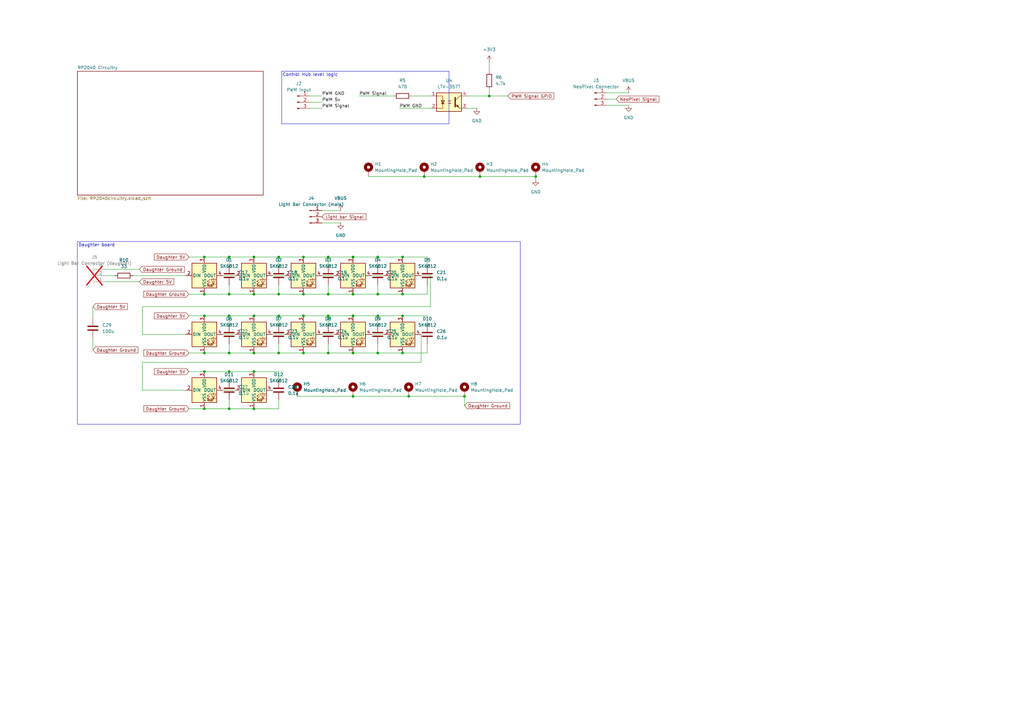
<source format=kicad_sch>
(kicad_sch (version 20250114) (generator "eeschema") (generator_version "9.0")
  (paper "A3")
  (lib_symbols
    (symbol "Connector:Conn_01x03_Pin" (pin_names (offset 1.016) (hide yes))
      (property "Reference" "J" (at 0 5.08 0))
      (property "Value" "Conn_01x03_Pin" (at 0 -5.08 0))
      (symbol "Conn_01x03_Pin_1_1"
        (rectangle (start 0.8636 2.667) (end 0 2.413) (stroke (width 0.1524)) (fill (type outline)))
        (rectangle (start 0.8636 0.127) (end 0 -0.127) (stroke (width 0.1524)) (fill (type outline)))
        (rectangle (start 0.8636 -2.413) (end 0 -2.667) (stroke (width 0.1524)) (fill (type outline)))
        (polyline (pts (xy 1.27 2.54) (xy 0.8636 2.54)) (stroke (width 0.1524)))
        (polyline (pts (xy 1.27 0) (xy 0.8636 0)) (stroke (width 0.1524)))
        (polyline (pts (xy 1.27 -2.54) (xy 0.8636 -2.54)) (stroke (width 0.1524)))
        (pin passive line (at 5.08 2.54 180) (length 3.81) (name "Pin_1") (number "1"))
        (pin passive line (at 5.08 0 180) (length 3.81) (name "Pin_2") (number "2"))
        (pin passive line (at 5.08 -2.54 180) (length 3.81) (name "Pin_3") (number "3"))
      )
    )
    (symbol "Connector:Conn_01x03_Socket" (pin_names (offset 1.016) (hide yes))
      (property "Reference" "J" (at 0 5.08 0))
      (property "Value" "Conn_01x03_Socket" (at 0 -5.08 0))
      (symbol "Conn_01x03_Socket_1_1"
        (polyline (pts (xy -1.27 2.54) (xy -0.508 2.54)) (stroke (width 0.1524)))
        (polyline (pts (xy -1.27 0) (xy -0.508 0)) (stroke (width 0.1524)))
        (polyline (pts (xy -1.27 -2.54) (xy -0.508 -2.54)) (stroke (width 0.1524)))
        (arc (start 0 2.032) (mid -0.5058 2.54) (end 0 3.048) (stroke (width 0.1524)))
        (arc (start 0 -0.508) (mid -0.5058 0) (end 0 0.508) (stroke (width 0.1524)))
        (arc (start 0 -3.048) (mid -0.5058 -2.54) (end 0 -2.032) (stroke (width 0.1524)))
        (pin passive line (at -5.08 2.54 0) (length 3.81) (name "Pin_1") (number "1"))
        (pin passive line (at -5.08 0 0) (length 3.81) (name "Pin_2") (number "2"))
        (pin passive line (at -5.08 -2.54 0) (length 3.81) (name "Pin_3") (number "3"))
      )
    )
    (symbol "Device:C" (pin_numbers (hide yes)) (pin_names (offset 0.254))
      (property "Reference" "C" (at 0.635 2.54 0))
      (property "Value" "C" (at 0.635 -2.54 0))
      (symbol "C_0_1"
        (polyline (pts (xy -2.032 0.762) (xy 2.032 0.762)) (stroke (width 0.508)))
        (polyline (pts (xy -2.032 -0.762) (xy 2.032 -0.762)) (stroke (width 0.508)))
      )
      (symbol "C_1_1"
        (pin passive line (at 0 3.81 270) (length 2.794) (name "~") (number "1"))
        (pin passive line (at 0 -3.81 90) (length 2.794) (name "~") (number "2"))
      )
    )
    (symbol "Device:R" (pin_numbers (hide yes)) (pin_names (offset 0))
      (property "Reference" "R" (at 2.032 0 90))
      (property "Value" "R" (at 0 0 90))
      (symbol "R_0_1"
        (rectangle (start -1.016 -2.54) (end 1.016 2.54) (stroke (width 0.254)))
      )
      (symbol "R_1_1"
        (pin passive line (at 0 3.81 270) (length 1.27) (name "~") (number "1"))
        (pin passive line (at 0 -3.81 90) (length 1.27) (name "~") (number "2"))
      )
    )
    (symbol "Isolator:LTV-357T" (pin_names (offset 1.016))
      (property "Reference" "U" (at -5.334 4.826 0))
      (property "Value" "LTV-357T" (at 0 5.08 0))
      (symbol "LTV-357T_0_1"
        (rectangle (start -5.08 3.81) (end 5.08 -3.81) (stroke (width 0.254)) (fill (type background)))
        (polyline (pts (xy -5.08 2.54) (xy -2.54 2.54) (xy -2.54 -0.762)))
        (polyline (pts (xy -3.175 -0.635) (xy -1.905 -0.635)) (stroke (width 0.254)))
        (polyline (pts (xy -2.54 -0.635) (xy -2.54 -2.54) (xy -5.08 -2.54)))
        (polyline (pts (xy -2.54 -0.635) (xy -3.175 0.635) (xy -1.905 0.635) (xy -2.54 -0.635)) (stroke (width 0.254)))
        (polyline (pts (xy -0.508 0.508) (xy 0.762 0.508) (xy 0.381 0.381) (xy 0.381 0.635) (xy 0.762 0.508)))
        (polyline (pts (xy -0.508 -0.508) (xy 0.762 -0.508) (xy 0.381 -0.635) (xy 0.381 -0.381) (xy 0.762 -0.508)))
        (polyline (pts (xy 2.54 1.905) (xy 2.54 -1.905) (xy 2.54 -1.905)) (stroke (width 0.508)))
        (polyline (pts (xy 2.54 0.635) (xy 4.445 2.54)))
        (polyline (pts (xy 3.048 -1.651) (xy 3.556 -1.143) (xy 4.064 -2.159) (xy 3.048 -1.651) (xy 3.048 -1.651)) (fill (type outline)))
        (polyline (pts (xy 4.445 2.54) (xy 5.08 2.54)))
        (polyline (pts (xy 4.445 -2.54) (xy 2.54 -0.635)) (fill (type outline)))
        (polyline (pts (xy 4.445 -2.54) (xy 5.08 -2.54)))
      )
      (symbol "LTV-357T_1_1"
        (pin passive line (at -7.62 2.54 0) (length 2.54) (name "~") (number "1"))
        (pin passive line (at -7.62 -2.54 0) (length 2.54) (name "~") (number "2"))
        (pin passive line (at 7.62 2.54 180) (length 2.54) (name "~") (number "4"))
        (pin passive line (at 7.62 -2.54 180) (length 2.54) (name "~") (number "3"))
      )
    )
    (symbol "LED:SK6812" (pin_names (offset 0.254))
      (property "Reference" "D" (at 5.08 5.715 0))
      (property "Value" "SK6812" (at 1.27 -5.715 0))
      (symbol "SK6812_0_0"
        (text "RGB" (at 2.286 -4.191 0) (effects (font (size 0.762 0.762))))
      )
      (symbol "SK6812_0_1"
        (polyline (pts (xy 1.27 -2.54) (xy 1.778 -2.54)))
        (polyline (pts (xy 1.27 -3.556) (xy 1.778 -3.556)))
        (polyline (pts (xy 2.286 -1.524) (xy 1.27 -2.54) (xy 1.27 -2.032)))
        (polyline (pts (xy 2.286 -2.54) (xy 1.27 -3.556) (xy 1.27 -3.048)))
        (polyline (pts (xy 3.683 -1.016) (xy 3.683 -3.556) (xy 3.683 -4.064)))
        (polyline (pts (xy 4.699 -1.524) (xy 2.667 -1.524) (xy 3.683 -3.556) (xy 4.699 -1.524)))
        (polyline (pts (xy 4.699 -3.556) (xy 2.667 -3.556)))
        (rectangle (start 5.08 5.08) (end -5.08 -5.08) (stroke (width 0.254)) (fill (type background)))
      )
      (symbol "SK6812_1_1"
        (pin input line (at -7.62 0 0) (length 2.54) (name "DIN") (number "2"))
        (pin power_in line (at 0 7.62 270) (length 2.54) (name "VDD") (number "3"))
        (pin power_in line (at 0 -7.62 90) (length 2.54) (name "VSS") (number "1"))
        (pin output line (at 7.62 0 180) (length 2.54) (name "DOUT") (number "4"))
      )
    )
    (symbol "Mechanical:MountingHole_Pad" (pin_numbers (hide yes)) (pin_names (offset 1.016) (hide yes)) (exclude_from_sim yes) (in_bom no)
      (property "Reference" "H" (at 0 6.35 0))
      (property "Value" "MountingHole_Pad" (at 0 4.445 0))
      (symbol "MountingHole_Pad_0_1"
        (circle (center 0 1.27) (radius 1.27) (stroke (width 1.27)))
      )
      (symbol "MountingHole_Pad_1_1"
        (pin input line (at 0 -2.54 90) (length 2.54) (name "1") (number "1"))
      )
    )
    (symbol "power:+3V3" (power) (pin_numbers (hide yes)) (pin_names (offset 0) (hide yes))
      (property "Value" "+3V3" (at 0 3.556 0))
      (symbol "+3V3_0_1"
        (polyline (pts (xy -0.762 1.27) (xy 0 2.54)))
        (polyline (pts (xy 0 2.54) (xy 0.762 1.27)))
        (polyline (pts (xy 0 0) (xy 0 2.54)))
      )
      (symbol "+3V3_1_1"
        (pin power_in line (at 0 0 90) (length 0) (name "~") (number "1"))
      )
    )
    (symbol "power:GND" (power) (pin_numbers (hide yes)) (pin_names (offset 0) (hide yes))
      (property "Value" "GND" (at 0 -3.81 0))
      (symbol "GND_0_1"
        (polyline (pts (xy 0 0) (xy 0 -1.27) (xy 1.27 -1.27) (xy 0 -2.54) (xy -1.27 -1.27) (xy 0 -1.27)))
      )
      (symbol "GND_1_1"
        (pin power_in line (at 0 0 270) (length 0) (name "~") (number "1"))
      )
    )
    (symbol "power:VBUS" (power) (pin_numbers (hide yes)) (pin_names (offset 0) (hide yes))
      (property "Value" "VBUS" (at 0 3.556 0))
      (symbol "VBUS_0_1"
        (polyline (pts (xy -0.762 1.27) (xy 0 2.54)))
        (polyline (pts (xy 0 2.54) (xy 0.762 1.27)))
        (polyline (pts (xy 0 0) (xy 0 2.54)))
      )
      (symbol "VBUS_1_1"
        (pin power_in line (at 0 0 90) (length 0) (name "~") (number "1"))
      )
    )
  )
  (rectangle (start 115.57 29.21) (end 184.15 50.8))
  (rectangle (start 31.75 99.06) (end 213.36 173.99))
  (text "Daughter board" (at 39.624 100.584 0) (effects (font (size 1.27 1.27))))
  (text "Control Hub level logic" (at 127.254 30.734 0) (effects (font (size 1.27 1.27))))
  (junction (at 104.14 152.4))
  (junction (at 173.99 72.39))
  (junction (at 167.64 162.56))
  (junction (at 114.3 105.41))
  (junction (at 165.1 144.78))
  (junction (at 93.98 152.4))
  (junction (at 154.94 120.65))
  (junction (at 144.78 105.41))
  (junction (at 196.85 72.39))
  (junction (at 83.82 120.65))
  (junction (at 134.62 120.65))
  (junction (at 93.98 144.78))
  (junction (at 114.3 120.65))
  (junction (at 165.1 105.41))
  (junction (at 190.5 162.56))
  (junction (at 219.71 72.39))
  (junction (at 93.98 129.54))
  (junction (at 93.98 167.64))
  (junction (at 144.78 144.78))
  (junction (at 104.14 144.78))
  (junction (at 165.1 120.65))
  (junction (at 83.82 129.54))
  (junction (at 134.62 105.41))
  (junction (at 114.3 144.78))
  (junction (at 124.46 144.78))
  (junction (at 134.62 129.54))
  (junction (at 165.1 129.54))
  (junction (at 114.3 129.54))
  (junction (at 144.78 129.54))
  (junction (at 200.66 39.37))
  (junction (at 93.98 120.65))
  (junction (at 144.78 162.56))
  (junction (at 83.82 105.41))
  (junction (at 104.14 167.64))
  (junction (at 154.94 129.54))
  (junction (at 154.94 144.78))
  (junction (at 104.14 129.54))
  (junction (at 134.62 144.78))
  (junction (at 104.14 105.41))
  (junction (at 154.94 105.41))
  (junction (at 144.78 120.65))
  (junction (at 124.46 129.54))
  (junction (at 83.82 152.4))
  (junction (at 104.14 120.65))
  (junction (at 83.82 144.78))
  (junction (at 124.46 120.65))
  (junction (at 83.82 167.64))
  (junction (at 124.46 105.41))
  (junction (at 93.98 105.41))
  (wire (pts (xy 134.62 140.97) (xy 134.62 144.78)))
  (wire (pts (xy 168.91 39.37) (xy 176.53 39.37)))
  (wire (pts (xy 165.1 120.65) (xy 175.26 120.65)))
  (wire (pts (xy 165.1 129.54) (xy 175.26 129.54)))
  (wire (pts (xy 104.14 144.78) (xy 114.3 144.78)))
  (wire (pts (xy 175.26 129.54) (xy 175.26 133.35)))
  (wire (pts (xy 248.92 40.64) (xy 252.73 40.64)))
  (wire (pts (xy 132.08 91.44) (xy 139.7 91.44)))
  (wire (pts (xy 43.18 115.57) (xy 57.15 115.57)))
  (wire (pts (xy 151.13 72.39) (xy 173.99 72.39)))
  (wire (pts (xy 134.62 105.41) (xy 134.62 109.22)))
  (wire (pts (xy 77.47 129.54) (xy 83.82 129.54)))
  (wire (pts (xy 175.26 140.97) (xy 175.26 144.78)))
  (wire (pts (xy 114.3 167.64) (xy 114.3 163.83)))
  (wire (pts (xy 111.76 113.03) (xy 116.84 113.03)))
  (wire (pts (xy 91.44 137.16) (xy 96.52 137.16)))
  (wire (pts (xy 83.82 105.41) (xy 93.98 105.41)))
  (wire (pts (xy 190.5 162.56) (xy 190.5 166.37)))
  (wire (pts (xy 93.98 129.54) (xy 93.98 133.35)))
  (wire (pts (xy 93.98 152.4) (xy 93.98 156.21)))
  (wire (pts (xy 176.53 113.03) (xy 176.53 125.73)))
  (wire (pts (xy 172.72 148.59) (xy 172.72 137.16)))
  (wire (pts (xy 152.4 113.03) (xy 157.48 113.03)))
  (wire (pts (xy 114.3 116.84) (xy 114.3 120.65)))
  (wire (pts (xy 152.4 137.16) (xy 157.48 137.16)))
  (wire (pts (xy 58.42 125.73) (xy 58.42 137.16)))
  (wire (pts (xy 165.1 144.78) (xy 175.26 144.78)))
  (wire (pts (xy 83.82 129.54) (xy 93.98 129.54)))
  (wire (pts (xy 144.78 105.41) (xy 154.94 105.41)))
  (wire (pts (xy 191.77 44.45) (xy 195.58 44.45)))
  (wire (pts (xy 93.98 105.41) (xy 93.98 109.22)))
  (wire (pts (xy 144.78 144.78) (xy 154.94 144.78)))
  (wire (pts (xy 93.98 140.97) (xy 93.98 144.78)))
  (wire (pts (xy 200.66 39.37) (xy 208.28 39.37)))
  (wire (pts (xy 43.18 113.03) (xy 46.99 113.03)))
  (wire (pts (xy 165.1 105.41) (xy 175.26 105.41)))
  (wire (pts (xy 176.53 125.73) (xy 58.42 125.73)))
  (wire (pts (xy 144.78 162.56) (xy 167.64 162.56)))
  (wire (pts (xy 191.77 39.37) (xy 200.66 39.37)))
  (wire (pts (xy 132.08 137.16) (xy 137.16 137.16)))
  (wire (pts (xy 114.3 129.54) (xy 124.46 129.54)))
  (wire (pts (xy 83.82 120.65) (xy 93.98 120.65)))
  (wire (pts (xy 248.92 43.18) (xy 257.81 43.18)))
  (wire (pts (xy 134.62 116.84) (xy 134.62 120.65)))
  (wire (pts (xy 127 39.37) (xy 132.08 39.37)))
  (wire (pts (xy 134.62 120.65) (xy 144.78 120.65)))
  (wire (pts (xy 173.99 72.39) (xy 196.85 72.39)))
  (wire (pts (xy 77.47 152.4) (xy 83.82 152.4)))
  (wire (pts (xy 104.14 105.41) (xy 114.3 105.41)))
  (wire (pts (xy 134.62 129.54) (xy 144.78 129.54)))
  (wire (pts (xy 154.94 140.97) (xy 154.94 144.78)))
  (wire (pts (xy 83.82 167.64) (xy 93.98 167.64)))
  (wire (pts (xy 154.94 116.84) (xy 154.94 120.65)))
  (wire (pts (xy 127 41.91) (xy 132.08 41.91)))
  (wire (pts (xy 104.14 129.54) (xy 114.3 129.54)))
  (wire (pts (xy 248.92 38.1) (xy 257.81 38.1)))
  (wire (pts (xy 114.3 140.97) (xy 114.3 144.78)))
  (wire (pts (xy 38.1 138.43) (xy 38.1 143.51)))
  (wire (pts (xy 134.62 129.54) (xy 134.62 133.35)))
  (wire (pts (xy 127 44.45) (xy 132.08 44.45)))
  (wire (pts (xy 114.3 152.4) (xy 104.14 152.4)))
  (wire (pts (xy 111.76 137.16) (xy 116.84 137.16)))
  (wire (pts (xy 58.42 160.02) (xy 76.2 160.02)))
  (wire (pts (xy 93.98 116.84) (xy 93.98 120.65)))
  (wire (pts (xy 167.64 162.56) (xy 190.5 162.56)))
  (wire (pts (xy 172.72 113.03) (xy 176.53 113.03)))
  (wire (pts (xy 114.3 156.21) (xy 114.3 152.4)))
  (wire (pts (xy 154.94 120.65) (xy 165.1 120.65)))
  (wire (pts (xy 132.08 113.03) (xy 137.16 113.03)))
  (wire (pts (xy 114.3 129.54) (xy 114.3 133.35)))
  (wire (pts (xy 83.82 152.4) (xy 93.98 152.4)))
  (wire (pts (xy 154.94 129.54) (xy 154.94 133.35)))
  (wire (pts (xy 154.94 144.78) (xy 165.1 144.78)))
  (wire (pts (xy 124.46 144.78) (xy 134.62 144.78)))
  (wire (pts (xy 114.3 144.78) (xy 124.46 144.78)))
  (wire (pts (xy 163.83 44.45) (xy 176.53 44.45)))
  (wire (pts (xy 77.47 167.64) (xy 83.82 167.64)))
  (wire (pts (xy 93.98 167.64) (xy 104.14 167.64)))
  (wire (pts (xy 154.94 105.41) (xy 154.94 109.22)))
  (wire (pts (xy 54.61 113.03) (xy 76.2 113.03)))
  (wire (pts (xy 43.18 110.49) (xy 57.15 110.49)))
  (wire (pts (xy 58.42 148.59) (xy 172.72 148.59)))
  (wire (pts (xy 114.3 105.41) (xy 124.46 105.41)))
  (wire (pts (xy 147.32 39.37) (xy 161.29 39.37)))
  (wire (pts (xy 93.98 163.83) (xy 93.98 167.64)))
  (wire (pts (xy 114.3 120.65) (xy 124.46 120.65)))
  (wire (pts (xy 200.66 25.4) (xy 200.66 29.21)))
  (wire (pts (xy 104.14 120.65) (xy 114.3 120.65)))
  (wire (pts (xy 93.98 120.65) (xy 104.14 120.65)))
  (wire (pts (xy 144.78 129.54) (xy 154.94 129.54)))
  (wire (pts (xy 93.98 152.4) (xy 104.14 152.4)))
  (wire (pts (xy 124.46 129.54) (xy 134.62 129.54)))
  (wire (pts (xy 91.44 113.03) (xy 96.52 113.03)))
  (wire (pts (xy 104.14 167.64) (xy 114.3 167.64)))
  (wire (pts (xy 93.98 129.54) (xy 104.14 129.54)))
  (wire (pts (xy 154.94 129.54) (xy 165.1 129.54)))
  (wire (pts (xy 83.82 144.78) (xy 93.98 144.78)))
  (wire (pts (xy 91.44 160.02) (xy 96.52 160.02)))
  (wire (pts (xy 154.94 105.41) (xy 165.1 105.41)))
  (wire (pts (xy 77.47 120.65) (xy 83.82 120.65)))
  (wire (pts (xy 114.3 105.41) (xy 114.3 109.22)))
  (wire (pts (xy 124.46 105.41) (xy 134.62 105.41)))
  (wire (pts (xy 200.66 36.83) (xy 200.66 39.37)))
  (wire (pts (xy 93.98 144.78) (xy 104.14 144.78)))
  (wire (pts (xy 124.46 120.65) (xy 134.62 120.65)))
  (wire (pts (xy 175.26 116.84) (xy 175.26 120.65)))
  (wire (pts (xy 134.62 144.78) (xy 144.78 144.78)))
  (wire (pts (xy 38.1 125.73) (xy 38.1 130.81)))
  (wire (pts (xy 121.92 162.56) (xy 144.78 162.56)))
  (wire (pts (xy 144.78 120.65) (xy 154.94 120.65)))
  (wire (pts (xy 196.85 72.39) (xy 219.71 72.39)))
  (wire (pts (xy 132.08 86.36) (xy 139.7 86.36)))
  (wire (pts (xy 93.98 105.41) (xy 104.14 105.41)))
  (wire (pts (xy 77.47 144.78) (xy 83.82 144.78)))
  (wire (pts (xy 77.47 105.41) (xy 83.82 105.41)))
  (wire (pts (xy 58.42 160.02) (xy 58.42 148.59)))
  (wire (pts (xy 219.71 72.39) (xy 219.71 73.66)))
  (wire (pts (xy 58.42 137.16) (xy 76.2 137.16)))
  (wire (pts (xy 134.62 105.41) (xy 144.78 105.41)))
  (wire (pts (xy 175.26 105.41) (xy 175.26 109.22)))
  (label "PWM Signal" (at 147.32 39.37 0))
  (label "PWM GND" (at 163.83 44.45 0))
  (label "PWM GND" (at 132.08 39.37 0))
  (label "PWM Signal" (at 132.08 44.45 0))
  (label "PWM 5v" (at 132.08 41.91 0))
  (global_label "Daughter Ground" (shape input) (at 77.47 120.65 180) (property "Intersheetrefs" "${INTERSHEET_REFS}" (effects (hide yes))))
  (global_label "Daughter Ground" (shape input) (at 38.1 143.51 0) (property "Intersheetrefs" "${INTERSHEET_REFS}" (effects (hide yes))))
  (global_label "Daughter Ground" (shape input) (at 57.15 110.49 0) (property "Intersheetrefs" "${INTERSHEET_REFS}" (effects (hide yes))))
  (global_label "Daughter 5V" (shape input) (at 57.15 115.57 0) (property "Intersheetrefs" "${INTERSHEET_REFS}" (effects (hide yes))))
  (global_label "PWM Signal GPIO" (shape input) (at 208.28 39.37 0) (property "Intersheetrefs" "${INTERSHEET_REFS}" (effects (hide yes))))
  (global_label "Light bar Signal" (shape input) (at 132.08 88.9 0) (property "Intersheetrefs" "${INTERSHEET_REFS}" (effects (hide yes))))
  (global_label "Daughter 5V" (shape input) (at 77.47 152.4 180) (property "Intersheetrefs" "${INTERSHEET_REFS}" (effects (hide yes))))
  (global_label "Daughter Ground" (shape input) (at 77.47 167.64 180) (property "Intersheetrefs" "${INTERSHEET_REFS}" (effects (hide yes))))
  (global_label "Daughter 5V" (shape input) (at 77.47 129.54 180) (property "Intersheetrefs" "${INTERSHEET_REFS}" (effects (hide yes))))
  (global_label "Daughter Ground" (shape input) (at 77.47 144.78 180) (property "Intersheetrefs" "${INTERSHEET_REFS}" (effects (hide yes))))
  (global_label "NeoPixel Signal" (shape input) (at 252.73 40.64 0) (property "Intersheetrefs" "${INTERSHEET_REFS}" (effects (hide yes))))
  (global_label "Daughter 5V" (shape input) (at 77.47 105.41 180) (property "Intersheetrefs" "${INTERSHEET_REFS}" (effects (hide yes))))
  (global_label "Daughter 5V" (shape input) (at 38.1 125.73 0) (property "Intersheetrefs" "${INTERSHEET_REFS}" (effects (hide yes))))
  (global_label "Daughter Ground" (shape input) (at 190.5 166.37 0) (property "Intersheetrefs" "${INTERSHEET_REFS}" (effects (hide yes))))
  (symbol (lib_id "Mechanical:MountingHole_Pad") (at 173.99 69.85 0) (unit 1) (exclude_from_sim yes) (in_bom no)
    (property "Reference" "H2" (at 176.53 67.3099 0) (effects (justify left)))
    (property "Value" "MountingHole_Pad" (at 176.53 69.8499 0) (effects (justify left)))
    (property "Footprint" "MountingHole:MountingHole_2.2mm_M2_Pad" (effects (hide yes)))
    (property "Description" "Mounting Hole with connection" (effects (hide yes)))
  )
  (symbol (lib_id "power:GND") (at 257.81 43.18 0) (unit 1)
    (property "Reference" "#PWR024" (effects (hide yes)))
    (property "Value" "GND" (at 257.81 48.26 0))
    (property "Description" "Power symbol creates a global label with name \"GND\" , ground" (effects (hide yes)))
  )
  (symbol (lib_id "Device:C") (at 114.3 113.03 0) (unit 1)
    (property "Reference" "C18" (at 118.11 111.7599 0) (effects (justify left)))
    (property "Value" "0.1u" (at 118.11 114.2999 0) (effects (justify left)))
    (property "Footprint" "Capacitor_SMD:C_0402_1005Metric" (effects (hide yes)))
    (property "Description" "Unpolarized capacitor" (effects (hide yes)))
  )
  (symbol (lib_id "power:VBUS") (at 139.7 86.36 0) (unit 1)
    (property "Reference" "#PWR028" (effects (hide yes)))
    (property "Value" "VBUS" (at 139.7 81.28 0))
    (property "Description" "Power symbol creates a global label with name \"VBUS\"" (effects (hide yes)))
  )
  (symbol (lib_id "Device:C") (at 134.62 113.03 0) (unit 1)
    (property "Reference" "C19" (at 138.43 111.7599 0) (effects (justify left)))
    (property "Value" "0.1u" (at 138.43 114.2999 0) (effects (justify left)))
    (property "Footprint" "Capacitor_SMD:C_0402_1005Metric" (effects (hide yes)))
    (property "Description" "Unpolarized capacitor" (effects (hide yes)))
  )
  (symbol (lib_id "Device:C") (at 93.98 113.03 0) (unit 1)
    (property "Reference" "C17" (at 97.79 111.7599 0) (effects (justify left)))
    (property "Value" "0.1u" (at 97.79 114.2999 0) (effects (justify left)))
    (property "Footprint" "Capacitor_SMD:C_0402_1005Metric" (effects (hide yes)))
    (property "Description" "Unpolarized capacitor" (effects (hide yes)))
  )
  (symbol (lib_id "LED:SK6812") (at 104.14 160.02 0) (unit 1)
    (property "Reference" "D12" (at 114.3 153.5998 0))
    (property "Value" "SK6812" (at 114.3 156.1398 0))
    (property "Footprint" "LED_SMD:LED_SK6812_PLCC4_5.0x5.0mm_P3.2mm" (effects (hide yes)))
    (property "Datasheet" "https://cdn-shop.adafruit.com/product-files/1138/SK6812+LED+datasheet+.pdf" (effects (hide yes)))
    (property "Description" "RGB LED with integrated controller" (effects (hide yes)))
  )
  (symbol (lib_id "Mechanical:MountingHole_Pad") (at 151.13 69.85 0) (unit 1) (exclude_from_sim yes) (in_bom no)
    (property "Reference" "H1" (at 153.67 67.3099 0) (effects (justify left)))
    (property "Value" "MountingHole_Pad" (at 153.67 69.8499 0) (effects (justify left)))
    (property "Footprint" "MountingHole:MountingHole_2.2mm_M2_Pad" (effects (hide yes)))
    (property "Description" "Mounting Hole with connection" (effects (hide yes)))
  )
  (symbol (lib_id "Isolator:LTV-357T") (at 184.15 41.91 0) (unit 1)
    (property "Reference" "U4" (at 184.15 33.02 0))
    (property "Value" "LTV-357T" (at 184.15 35.56 0))
    (property "Footprint" "LTV-217-B-G:SOIC127P700X210-4N" (effects (hide yes)))
    (property "Datasheet" "https://www.buerklin.com/medias/sys_master/download/download/h91/ha0/8892020588574.pdf" (effects (hide yes)))
    (property "Description" "DC Optocoupler, Vce 35V, CTR 50%, SO-4" (effects (hide yes)))
  )
  (symbol (lib_id "LED:SK6812") (at 144.78 137.16 0) (unit 1)
    (property "Reference" "D9" (at 154.94 130.7398 0))
    (property "Value" "SK6812" (at 154.94 133.2798 0))
    (property "Footprint" "LED_SMD:LED_SK6812_PLCC4_5.0x5.0mm_P3.2mm" (effects (hide yes)))
    (property "Datasheet" "https://cdn-shop.adafruit.com/product-files/1138/SK6812+LED+datasheet+.pdf" (effects (hide yes)))
    (property "Description" "RGB LED with integrated controller" (effects (hide yes)))
  )
  (symbol (lib_id "LED:SK6812") (at 104.14 113.03 0) (unit 1)
    (property "Reference" "D2" (at 114.3 106.6098 0))
    (property "Value" "SK6812" (at 114.3 109.1498 0))
    (property "Footprint" "LED_SMD:LED_SK6812_PLCC4_5.0x5.0mm_P3.2mm" (effects (hide yes)))
    (property "Datasheet" "https://cdn-shop.adafruit.com/product-files/1138/SK6812+LED+datasheet+.pdf" (effects (hide yes)))
    (property "Description" "RGB LED with integrated controller" (effects (hide yes)))
  )
  (symbol (lib_id "LED:SK6812") (at 83.82 137.16 0) (unit 1)
    (property "Reference" "D6" (at 93.98 130.7398 0))
    (property "Value" "SK6812" (at 93.98 133.2798 0))
    (property "Footprint" "LED_SMD:LED_SK6812_PLCC4_5.0x5.0mm_P3.2mm" (effects (hide yes)))
    (property "Datasheet" "https://cdn-shop.adafruit.com/product-files/1138/SK6812+LED+datasheet+.pdf" (effects (hide yes)))
    (property "Description" "RGB LED with integrated controller" (effects (hide yes)))
  )
  (symbol (lib_id "LED:SK6812") (at 124.46 113.03 0) (unit 1)
    (property "Reference" "D3" (at 134.62 106.6098 0))
    (property "Value" "SK6812" (at 134.62 109.1498 0))
    (property "Footprint" "LED_SMD:LED_SK6812_PLCC4_5.0x5.0mm_P3.2mm" (effects (hide yes)))
    (property "Datasheet" "https://cdn-shop.adafruit.com/product-files/1138/SK6812+LED+datasheet+.pdf" (effects (hide yes)))
    (property "Description" "RGB LED with integrated controller" (effects (hide yes)))
  )
  (symbol (lib_id "Device:C") (at 38.1 134.62 0) (unit 1)
    (property "Reference" "C29" (at 41.91 133.3499 0) (effects (justify left)))
    (property "Value" "100u" (at 41.91 135.8899 0) (effects (justify left)))
    (property "Footprint" "Capacitor_SMD:C_0402_1005Metric" (effects (hide yes)))
    (property "Description" "Unpolarized capacitor" (effects (hide yes)))
  )
  (symbol (lib_id "Mechanical:MountingHole_Pad") (at 196.85 69.85 0) (unit 1) (exclude_from_sim yes) (in_bom no)
    (property "Reference" "H3" (at 199.39 67.3099 0) (effects (justify left)))
    (property "Value" "MountingHole_Pad" (at 199.39 69.8499 0) (effects (justify left)))
    (property "Footprint" "MountingHole:MountingHole_2.2mm_M2_Pad" (effects (hide yes)))
    (property "Description" "Mounting Hole with connection" (effects (hide yes)))
  )
  (symbol (lib_id "Device:C") (at 134.62 137.16 0) (unit 1)
    (property "Reference" "C24" (at 138.43 135.8899 0) (effects (justify left)))
    (property "Value" "0.1u" (at 138.43 138.4299 0) (effects (justify left)))
    (property "Footprint" "Capacitor_SMD:C_0402_1005Metric" (effects (hide yes)))
    (property "Description" "Unpolarized capacitor" (effects (hide yes)))
  )
  (symbol (lib_id "Connector:Conn_01x03_Pin") (at 121.92 41.91 0) (unit 1)
    (property "Reference" "J2" (at 122.555 34.29 0))
    (property "Value" "PWM Input" (at 122.555 36.83 0))
    (property "Footprint" "Connector_PinHeader_2.54mm:PinHeader_1x03_P2.54mm_Horizontal" (effects (hide yes)))
    (property "Description" "Generic connector, single row, 01x03, script generated" (effects (hide yes)))
  )
  (symbol (lib_id "Mechanical:MountingHole_Pad") (at 190.5 160.02 0) (unit 1) (exclude_from_sim yes) (in_bom no)
    (property "Reference" "H8" (at 193.04 157.4799 0) (effects (justify left)))
    (property "Value" "MountingHole_Pad" (at 193.04 160.0199 0) (effects (justify left)))
    (property "Footprint" "MountingHole:MountingHole_2.2mm_M2_Pad" (effects (hide yes)))
    (property "Description" "Mounting Hole with connection" (effects (hide yes)))
  )
  (symbol (lib_id "LED:SK6812") (at 124.46 137.16 0) (unit 1)
    (property "Reference" "D8" (at 134.62 130.7398 0))
    (property "Value" "SK6812" (at 134.62 133.2798 0))
    (property "Footprint" "LED_SMD:LED_SK6812_PLCC4_5.0x5.0mm_P3.2mm" (effects (hide yes)))
    (property "Datasheet" "https://cdn-shop.adafruit.com/product-files/1138/SK6812+LED+datasheet+.pdf" (effects (hide yes)))
    (property "Description" "RGB LED with integrated controller" (effects (hide yes)))
  )
  (symbol (lib_id "Device:C") (at 175.26 113.03 0) (unit 1)
    (property "Reference" "C21" (at 179.07 111.7599 0) (effects (justify left)))
    (property "Value" "0.1u" (at 179.07 114.2999 0) (effects (justify left)))
    (property "Footprint" "Capacitor_SMD:C_0402_1005Metric" (effects (hide yes)))
    (property "Description" "Unpolarized capacitor" (effects (hide yes)))
  )
  (symbol (lib_id "LED:SK6812") (at 144.78 113.03 0) (unit 1)
    (property "Reference" "D4" (at 154.94 106.6098 0))
    (property "Value" "SK6812" (at 154.94 109.1498 0))
    (property "Footprint" "LED_SMD:LED_SK6812_PLCC4_5.0x5.0mm_P3.2mm" (effects (hide yes)))
    (property "Datasheet" "https://cdn-shop.adafruit.com/product-files/1138/SK6812+LED+datasheet+.pdf" (effects (hide yes)))
    (property "Description" "RGB LED with integrated controller" (effects (hide yes)))
  )
  (symbol (lib_id "Mechanical:MountingHole_Pad") (at 167.64 160.02 0) (unit 1) (exclude_from_sim yes) (in_bom no)
    (property "Reference" "H7" (at 170.18 157.4799 0) (effects (justify left)))
    (property "Value" "MountingHole_Pad" (at 170.18 160.0199 0) (effects (justify left)))
    (property "Footprint" "MountingHole:MountingHole_2.2mm_M2_Pad" (effects (hide yes)))
    (property "Description" "Mounting Hole with connection" (effects (hide yes)))
  )
  (symbol (lib_id "LED:SK6812") (at 83.82 113.03 0) (unit 1)
    (property "Reference" "D1" (at 93.98 106.6098 0))
    (property "Value" "SK6812" (at 93.98 109.1498 0))
    (property "Footprint" "LED_SMD:LED_SK6812_PLCC4_5.0x5.0mm_P3.2mm" (effects (hide yes)))
    (property "Datasheet" "https://cdn-shop.adafruit.com/product-files/1138/SK6812+LED+datasheet+.pdf" (effects (hide yes)))
    (property "Description" "RGB LED with integrated controller" (effects (hide yes)))
  )
  (symbol (lib_id "Device:C") (at 114.3 160.02 0) (unit 1)
    (property "Reference" "C28" (at 118.11 158.7499 0) (effects (justify left)))
    (property "Value" "0.1u" (at 118.11 161.2899 0) (effects (justify left)))
    (property "Footprint" "Capacitor_SMD:C_0402_1005Metric" (effects (hide yes)))
    (property "Description" "Unpolarized capacitor" (effects (hide yes)))
  )
  (symbol (lib_id "Device:C") (at 93.98 160.02 0) (unit 1)
    (property "Reference" "C27" (at 97.79 158.7499 0) (effects (justify left)))
    (property "Value" "0.1u" (at 97.79 161.2899 0) (effects (justify left)))
    (property "Footprint" "Capacitor_SMD:C_0402_1005Metric" (effects (hide yes)))
    (property "Description" "Unpolarized capacitor" (effects (hide yes)))
  )
  (symbol (lib_id "LED:SK6812") (at 165.1 137.16 0) (unit 1)
    (property "Reference" "D10" (at 175.26 130.7398 0))
    (property "Value" "SK6812" (at 175.26 133.2798 0))
    (property "Footprint" "LED_SMD:LED_SK6812_PLCC4_5.0x5.0mm_P3.2mm" (effects (hide yes)))
    (property "Datasheet" "https://cdn-shop.adafruit.com/product-files/1138/SK6812+LED+datasheet+.pdf" (effects (hide yes)))
    (property "Description" "RGB LED with integrated controller" (effects (hide yes)))
  )
  (symbol (lib_id "Mechanical:MountingHole_Pad") (at 219.71 69.85 0) (unit 1) (exclude_from_sim yes) (in_bom no)
    (property "Reference" "H4" (at 222.25 67.3099 0) (effects (justify left)))
    (property "Value" "MountingHole_Pad" (at 222.25 69.8499 0) (effects (justify left)))
    (property "Footprint" "MountingHole:MountingHole_2.2mm_M2_Pad" (effects (hide yes)))
    (property "Description" "Mounting Hole with connection" (effects (hide yes)))
  )
  (symbol (lib_id "Connector:Conn_01x03_Socket") (at 38.1 113.03 180) (unit 1) (dnp yes)
    (property "Reference" "J5" (at 38.735 105.41 0))
    (property "Value" "Light Bar Connector (daughter)" (at 38.735 107.95 0))
    (property "Footprint" "Connector_PinSocket_2.54mm:PinSocket_1x03_P2.54mm_Vertical" (effects (hide yes)))
    (property "Description" "Generic connector, single row, 01x03, script generated" (effects (hide yes)))
  )
  (symbol (lib_id "power:VBUS") (at 257.81 38.1 0) (unit 1)
    (property "Reference" "#PWR025" (effects (hide yes)))
    (property "Value" "VBUS" (at 257.81 33.02 0))
    (property "Description" "Power symbol creates a global label with name \"VBUS\"" (effects (hide yes)))
  )
  (symbol (lib_id "LED:SK6812") (at 104.14 137.16 0) (unit 1)
    (property "Reference" "D7" (at 114.3 130.7398 0))
    (property "Value" "SK6812" (at 114.3 133.2798 0))
    (property "Footprint" "LED_SMD:LED_SK6812_PLCC4_5.0x5.0mm_P3.2mm" (effects (hide yes)))
    (property "Datasheet" "https://cdn-shop.adafruit.com/product-files/1138/SK6812+LED+datasheet+.pdf" (effects (hide yes)))
    (property "Description" "RGB LED with integrated controller" (effects (hide yes)))
  )
  (symbol (lib_id "Mechanical:MountingHole_Pad") (at 144.78 160.02 0) (unit 1) (exclude_from_sim yes) (in_bom no)
    (property "Reference" "H6" (at 147.32 157.4799 0) (effects (justify left)))
    (property "Value" "MountingHole_Pad" (at 147.32 160.0199 0) (effects (justify left)))
    (property "Footprint" "MountingHole:MountingHole_2.2mm_M2_Pad" (effects (hide yes)))
    (property "Description" "Mounting Hole with connection" (effects (hide yes)))
  )
  (symbol (lib_id "LED:SK6812") (at 165.1 113.03 0) (unit 1)
    (property "Reference" "D5" (at 175.26 106.6098 0))
    (property "Value" "SK6812" (at 175.26 109.1498 0))
    (property "Footprint" "LED_SMD:LED_SK6812_PLCC4_5.0x5.0mm_P3.2mm" (effects (hide yes)))
    (property "Datasheet" "https://cdn-shop.adafruit.com/product-files/1138/SK6812+LED+datasheet+.pdf" (effects (hide yes)))
    (property "Description" "RGB LED with integrated controller" (effects (hide yes)))
  )
  (symbol (lib_id "Connector:Conn_01x03_Pin") (at 243.84 40.64 0) (unit 1)
    (property "Reference" "J3" (at 244.475 33.02 0))
    (property "Value" "NeoPixel Connector" (at 244.475 35.56 0))
    (property "Footprint" "Connector_JST:JST_PH_S3B-PH-K_1x03_P2.00mm_Horizontal" (effects (hide yes)))
    (property "Description" "Generic connector, single row, 01x03, script generated" (effects (hide yes)))
  )
  (symbol (lib_id "power:+3V3") (at 200.66 25.4 0) (unit 1)
    (property "Reference" "#PWR022" (effects (hide yes)))
    (property "Value" "+3V3" (at 200.66 20.32 0))
    (property "Description" "Power symbol creates a global label with name \"+3V3\"" (effects (hide yes)))
  )
  (symbol (lib_id "Device:R") (at 200.66 33.02 0) (unit 1)
    (property "Reference" "R6" (at 203.2 31.7499 0) (effects (justify left)))
    (property "Value" "4.7k" (at 203.2 34.2899 0) (effects (justify left)))
    (property "Footprint" "Resistor_SMD:R_0402_1005Metric" (effects (hide yes)))
    (property "Description" "Resistor" (effects (hide yes)))
  )
  (symbol (lib_id "Device:C") (at 114.3 137.16 0) (unit 1)
    (property "Reference" "C23" (at 118.11 135.8899 0) (effects (justify left)))
    (property "Value" "0.1u" (at 118.11 138.4299 0) (effects (justify left)))
    (property "Footprint" "Capacitor_SMD:C_0402_1005Metric" (effects (hide yes)))
    (property "Description" "Unpolarized capacitor" (effects (hide yes)))
  )
  (symbol (lib_id "Device:R") (at 165.1 39.37 90) (unit 1)
    (property "Reference" "R5" (at 165.1 33.02 90))
    (property "Value" "470" (at 165.1 35.56 90))
    (property "Footprint" "Resistor_SMD:R_0402_1005Metric" (effects (hide yes)))
    (property "Description" "Resistor" (effects (hide yes)))
  )
  (symbol (lib_id "Mechanical:MountingHole_Pad") (at 121.92 160.02 0) (unit 1) (exclude_from_sim yes) (in_bom no)
    (property "Reference" "H5" (at 124.46 157.4799 0) (effects (justify left)))
    (property "Value" "MountingHole_Pad" (at 124.46 160.0199 0) (effects (justify left)))
    (property "Footprint" "MountingHole:MountingHole_2.2mm_M2_Pad" (effects (hide yes)))
    (property "Description" "Mounting Hole with connection" (effects (hide yes)))
  )
  (symbol (lib_id "power:GND") (at 139.7 91.44 0) (unit 1)
    (property "Reference" "#PWR029" (effects (hide yes)))
    (property "Value" "GND" (at 139.7 96.52 0))
    (property "Description" "Power symbol creates a global label with name \"GND\" , ground" (effects (hide yes)))
  )
  (symbol (lib_id "Device:C") (at 154.94 137.16 0) (unit 1)
    (property "Reference" "C25" (at 158.75 135.8899 0) (effects (justify left)))
    (property "Value" "0.1u" (at 158.75 138.4299 0) (effects (justify left)))
    (property "Footprint" "Capacitor_SMD:C_0402_1005Metric" (effects (hide yes)))
    (property "Description" "Unpolarized capacitor" (effects (hide yes)))
  )
  (symbol (lib_id "Device:C") (at 154.94 113.03 0) (unit 1)
    (property "Reference" "C20" (at 158.75 111.7599 0) (effects (justify left)))
    (property "Value" "0.1u" (at 158.75 114.2999 0) (effects (justify left)))
    (property "Footprint" "Capacitor_SMD:C_0402_1005Metric" (effects (hide yes)))
    (property "Description" "Unpolarized capacitor" (effects (hide yes)))
  )
  (symbol (lib_id "Connector:Conn_01x03_Pin") (at 127 88.9 0) (unit 1)
    (property "Reference" "J4" (at 127.635 81.28 0))
    (property "Value" "Light Bar Connector (main)" (at 127.635 83.82 0))
    (property "Footprint" "Connector_PinHeader_2.54mm:PinHeader_1x03_P2.54mm_Vertical" (effects (hide yes)))
    (property "Description" "Generic connector, single row, 01x03, script generated" (effects (hide yes)))
  )
  (symbol (lib_id "Device:C") (at 175.26 137.16 0) (unit 1)
    (property "Reference" "C26" (at 179.07 135.8899 0) (effects (justify left)))
    (property "Value" "0.1u" (at 179.07 138.4299 0) (effects (justify left)))
    (property "Footprint" "Capacitor_SMD:C_0402_1005Metric" (effects (hide yes)))
    (property "Description" "Unpolarized capacitor" (effects (hide yes)))
  )
  (symbol (lib_id "Device:R") (at 50.8 113.03 90) (unit 1)
    (property "Reference" "R10" (at 50.8 106.68 90))
    (property "Value" "33" (at 50.8 109.22 90))
    (property "Footprint" "Resistor_SMD:R_0402_1005Metric" (effects (hide yes)))
    (property "Description" "Resistor" (effects (hide yes)))
  )
  (symbol (lib_id "LED:SK6812") (at 83.82 160.02 0) (unit 1)
    (property "Reference" "D11" (at 93.98 153.5998 0))
    (property "Value" "SK6812" (at 93.98 156.1398 0))
    (property "Footprint" "LED_SMD:LED_SK6812_PLCC4_5.0x5.0mm_P3.2mm" (effects (hide yes)))
    (property "Datasheet" "https://cdn-shop.adafruit.com/product-files/1138/SK6812+LED+datasheet+.pdf" (effects (hide yes)))
    (property "Description" "RGB LED with integrated controller" (effects (hide yes)))
  )
  (symbol (lib_id "power:GND") (at 219.71 73.66 0) (unit 1)
    (property "Reference" "#PWR027" (effects (hide yes)))
    (property "Value" "GND" (at 219.71 78.74 0))
    (property "Description" "Power symbol creates a global label with name \"GND\" , ground" (effects (hide yes)))
  )
  (symbol (lib_id "power:GND") (at 195.58 44.45 0) (unit 1)
    (property "Reference" "#PWR023" (effects (hide yes)))
    (property "Value" "GND" (at 195.58 49.53 0))
    (property "Description" "Power symbol creates a global label with name \"GND\" , ground" (effects (hide yes)))
  )
  (symbol (lib_id "Device:C") (at 93.98 137.16 0) (unit 1)
    (property "Reference" "C22" (at 97.79 135.8899 0) (effects (justify left)))
    (property "Value" "0.1u" (at 97.79 138.4299 0) (effects (justify left)))
    (property "Footprint" "Capacitor_SMD:C_0402_1005Metric" (effects (hide yes)))
    (property "Description" "Unpolarized capacitor" (effects (hide yes)))
  )
  (sheet (at 31.75 29.21) (size 76.2 50.8) (stroke (width 0.1524))
    (property "Sheetname" "RP2040 Circuitry" (at 31.75 28.4984 0) (effects (justify left bottom)))
    (property "Sheetfile" "RP2040circuitry.kicad_sch" (at 31.75 80.5946 0) (effects (justify left top)))
  )
)
</source>
